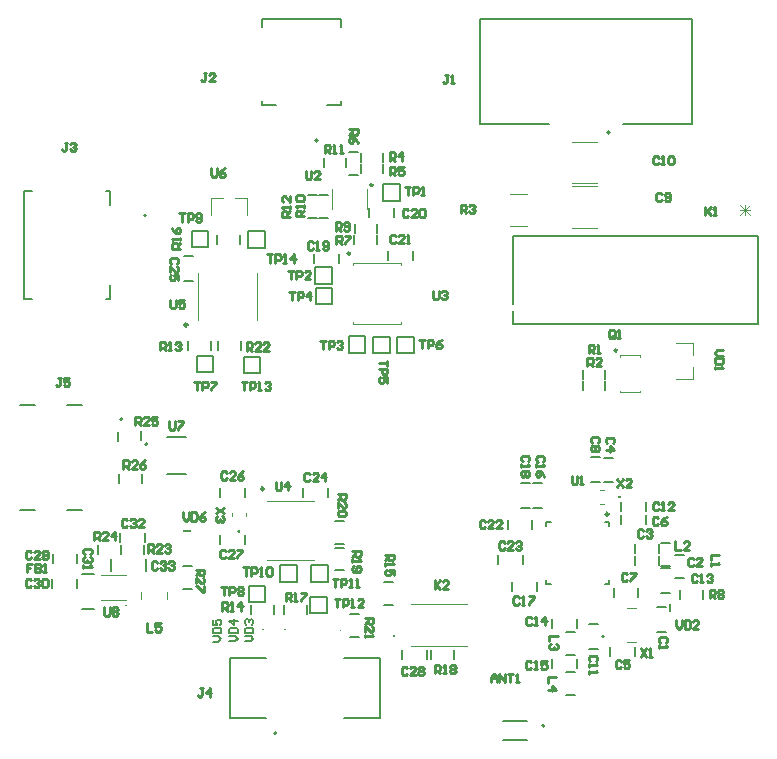
<source format=gbr>
%TF.GenerationSoftware,Altium Limited,Altium Designer,24.4.1 (13)*%
G04 Layer_Color=65535*
%FSLAX45Y45*%
%MOMM*%
%TF.SameCoordinates,BD841E63-566E-43FA-B15A-678BD665FBE9*%
%TF.FilePolarity,Positive*%
%TF.FileFunction,Legend,Top*%
%TF.Part,Single*%
G01*
G75*
%TA.AperFunction,NonConductor*%
%ADD76C,0.12700*%
%ADD77C,0.25000*%
%ADD78C,0.20000*%
%ADD79C,0.25400*%
%ADD80C,0.10000*%
%ADD81C,0.12000*%
%ADD82C,0.15000*%
%ADD83C,0.13000*%
%ADD84C,0.15240*%
%ADD85C,0.07620*%
%ADD86R,0.15000X0.80000*%
%ADD87R,0.80000X0.15000*%
D76*
X3475980Y5329640D02*
G03*
X3475980Y5329640I-5000J0D01*
G01*
X3821750Y6441000D02*
X3984250D01*
X3821750Y6754000D02*
X3984250D01*
X6469000Y10295000D02*
X8270000D01*
Y9407500D02*
Y10295000D01*
X7682000Y9407500D02*
X8270000D01*
X6469000D02*
X7057000D01*
X6469000D02*
Y10295000D01*
X2607500Y7920000D02*
X2675500D01*
X2607500D02*
Y8840000D01*
X2675500D01*
X3337500Y8722000D02*
Y8840000D01*
Y7920000D02*
Y8038000D01*
X3307500Y8840000D02*
X3337500D01*
X3307500Y7920000D02*
X3337500D01*
X4627500Y9565000D02*
Y9595000D01*
X5297500Y9565000D02*
Y9595000D01*
X4627500Y9565000D02*
X4745500D01*
X5179500D02*
X5297500D01*
Y10227000D02*
Y10295000D01*
X4627500D02*
X5297500D01*
X4627500Y10227000D02*
Y10295000D01*
X7533399Y7249400D02*
Y7325600D01*
X7339999Y7248800D02*
Y7325000D01*
X7533399Y7151900D02*
Y7228100D01*
X7339999Y7151300D02*
Y7227500D01*
X5653400Y9081900D02*
Y9158100D01*
X5460000Y9081300D02*
Y9157500D01*
X5653400Y8986900D02*
Y9063100D01*
X5460001Y8986301D02*
Y9062501D01*
X5361900Y8976600D02*
X5438100D01*
X5361300Y9170000D02*
X5437500D01*
X5409100Y8389400D02*
Y8465600D01*
X5602500Y8390000D02*
Y8466200D01*
X5603400Y8479400D02*
Y8555600D01*
X5410000Y8478800D02*
Y8555000D01*
X5109121Y8803579D02*
X5185321D01*
X5109721Y8610179D02*
X5185921D01*
X5340900Y9036900D02*
Y9113100D01*
X5147500Y9036300D02*
Y9112500D01*
X5017681Y8609319D02*
X5093881D01*
X5017081Y8802719D02*
X5093281D01*
X4001600Y7489400D02*
Y7565600D01*
X4195000Y7490000D02*
Y7566200D01*
X4534100Y5256900D02*
Y5333100D01*
X4727500Y5257500D02*
Y5333700D01*
X5656900Y5523400D02*
X5733100D01*
X5657500Y5330000D02*
X5733700D01*
X4435900Y8391900D02*
Y8468100D01*
X4242500Y8391300D02*
Y8467500D01*
X5008401Y5256899D02*
Y5333099D01*
X4815001Y5256299D02*
Y5332499D01*
X6059279Y4875480D02*
Y4951680D01*
X6252679Y4876080D02*
Y4952280D01*
X5246900Y5818400D02*
X5323100D01*
X5247500Y5625000D02*
X5323700D01*
X5246900Y5849100D02*
X5323100D01*
X5246300Y6042500D02*
X5322500D01*
X5371900Y5258400D02*
X5448100D01*
X5372500Y5065000D02*
X5448700D01*
X4448400Y7489400D02*
Y7565600D01*
X4255000Y7488800D02*
Y7565000D01*
X3625340Y5767960D02*
Y5844160D01*
X3431940Y5767360D02*
Y5843560D01*
X3430900Y5766900D02*
Y5843100D01*
X3237500Y5766300D02*
Y5842500D01*
X3409100Y6724400D02*
Y6800600D01*
X3602500Y6725000D02*
Y6801200D01*
X3417400Y6361900D02*
Y6438100D01*
X3610800Y6362500D02*
Y6438700D01*
X8355900Y5381900D02*
Y5458100D01*
X8162500Y5381300D02*
Y5457500D01*
X3954400Y5663400D02*
X4030600D01*
X3955000Y5470000D02*
X4031200D01*
X8126900Y5754100D02*
X8203100D01*
X8126300Y5557500D02*
X8202500D01*
X8007016Y5857862D02*
X8083216D01*
X8006417Y5661262D02*
X8082617D01*
X7199400Y5104100D02*
X7275600D01*
X7198800Y4907500D02*
X7275000D01*
X7201900Y4766600D02*
X7278100D01*
X7201300Y4570000D02*
X7277500D01*
X7970000Y5315000D02*
X8046200D01*
X7970000Y5105000D02*
X8046200D01*
X7780096Y5672962D02*
Y5749162D01*
X7990097Y5672962D02*
Y5749162D01*
X7780096Y5774562D02*
Y5850762D01*
X7990097Y5774562D02*
Y5850762D01*
X7517722Y6580543D02*
X7593922D01*
X7517722Y6370543D02*
X7593922D01*
X7570022Y4897444D02*
Y4973644D01*
X7780023Y4897444D02*
Y4973644D01*
X7877557Y6018822D02*
Y6095022D01*
X7667557Y6018822D02*
Y6095022D01*
X7812500Y5401300D02*
Y5477500D01*
X7602500Y5401300D02*
Y5477500D01*
X7408502Y6583083D02*
X7484702D01*
X7408502Y6373083D02*
X7484702D01*
X7397500Y5170000D02*
X7473700D01*
X7397500Y4960000D02*
X7473700D01*
X7877997Y6124562D02*
Y6200762D01*
X7667997Y6124562D02*
Y6200762D01*
X8007500Y5647500D02*
X8083700D01*
X8007500Y5437500D02*
X8083700D01*
X7082500Y5140000D02*
Y5216200D01*
X7292500Y5140000D02*
Y5216200D01*
X7085000Y4800000D02*
Y4876200D01*
X7295000Y4800000D02*
Y4876200D01*
X6919157Y6364682D02*
X6995357D01*
X6919157Y6154682D02*
X6995357D01*
X6745000Y5447500D02*
Y5523700D01*
X6955000Y5447500D02*
Y5523700D01*
X6815017Y6365442D02*
X6891217D01*
X6815017Y6155442D02*
X6891217D01*
X5280000Y8226300D02*
Y8302500D01*
X5070000Y8226300D02*
Y8302500D01*
X5745000Y8618800D02*
Y8695000D01*
X5535000Y8618800D02*
Y8695000D01*
X5692500Y8252500D02*
Y8328700D01*
X5902500Y8252500D02*
Y8328700D01*
X6705000Y5975000D02*
Y6051200D01*
X6915000Y5975000D02*
Y6051200D01*
X6622500Y5675000D02*
Y5751200D01*
X6832500Y5675000D02*
Y5751200D01*
X4973280Y6247620D02*
Y6323820D01*
X5183280Y6247620D02*
Y6323820D01*
X3966300Y8075000D02*
X4042500D01*
X3966300Y8285000D02*
X4042500D01*
X4272500Y6250000D02*
Y6326200D01*
X4482500Y6250000D02*
Y6326200D01*
X4270000Y5850000D02*
Y5926200D01*
X4480000Y5850000D02*
Y5926200D01*
X6018839Y4874881D02*
Y4951081D01*
X5808839Y4874881D02*
Y4951081D01*
X3062380Y5691460D02*
Y5767660D01*
X2852380Y5691460D02*
Y5767660D01*
X2847300Y5479300D02*
Y5555500D01*
X3057300Y5479300D02*
Y5555500D01*
X3425000Y5867500D02*
Y5943700D01*
X3635000Y5867500D02*
Y5943700D01*
X5792500Y8755000D02*
Y8895000D01*
X5652500Y8755000D02*
X5792500D01*
X5652500D02*
Y8895000D01*
X5792500D01*
X5077500Y8050000D02*
Y8190000D01*
Y8050000D02*
X5217500D01*
Y8190000D01*
X5077500D02*
X5217500D01*
X5360000Y7607500D02*
X5500000D01*
Y7467500D02*
Y7607500D01*
X5360000Y7467500D02*
X5500000D01*
X5360000D02*
Y7607500D01*
X5080000Y7877500D02*
Y8017500D01*
Y7877500D02*
X5220000D01*
Y8017500D01*
X5080000D02*
X5220000D01*
X5567500Y7602500D02*
X5707500D01*
Y7462500D02*
Y7602500D01*
X5567500Y7462500D02*
X5707500D01*
X5567500D02*
Y7602500D01*
X5772500Y7465000D02*
Y7605000D01*
Y7465000D02*
X5912500D01*
Y7605000D01*
X5772500D02*
X5912500D01*
X4075000Y7302500D02*
X4215000D01*
X4075000D02*
Y7442500D01*
X4215000D01*
Y7302500D02*
Y7442500D01*
X4515000Y5355000D02*
X4655000D01*
Y5495000D01*
X4515000D02*
X4655000D01*
X4515000Y5355000D02*
Y5495000D01*
X4032500Y8360000D02*
X4172500D01*
X4032500D02*
Y8500000D01*
X4172500D01*
Y8360000D02*
Y8500000D01*
X4782500Y5530000D02*
Y5670000D01*
Y5530000D02*
X4922500D01*
Y5670000D01*
X4782500D02*
X4922500D01*
X5042500D02*
X5182500D01*
Y5530000D02*
Y5670000D01*
X5042500Y5530000D02*
X5182500D01*
X5042500D02*
Y5670000D01*
X5035000Y5260000D02*
X5175000D01*
Y5400000D01*
X5035000D02*
X5175000D01*
X5035000Y5260000D02*
Y5400000D01*
X4470000Y7295000D02*
X4610000D01*
X4470000D02*
Y7435000D01*
X4610000D01*
Y7295000D02*
Y7435000D01*
X4650000Y8355000D02*
Y8495000D01*
X4510000D02*
X4650000D01*
X4510000Y8355000D02*
Y8495000D01*
Y8355000D02*
X4650000D01*
X4358501Y4882500D02*
X4661000D01*
X4358501Y4372500D02*
Y4882500D01*
Y4372500D02*
X4661000D01*
X5321001D02*
X5623500D01*
Y4882500D01*
X5321001D02*
X5623500D01*
X6667500Y4347500D02*
X6867500D01*
X6667500Y4187500D02*
X6867500D01*
D77*
X7560997Y6101382D02*
G03*
X7560997Y6101382I-12500J0D01*
G01*
D78*
X3657500Y6692000D02*
G03*
X3657500Y6692000I-10000J0D01*
G01*
X7570000Y9332500D02*
G03*
X7570000Y9332500I-10000J0D01*
G01*
X3647500Y8630000D02*
G03*
X3647500Y8630000I-10000J0D01*
G01*
X5097500Y9265000D02*
G03*
X5097500Y9265000I-10000J0D01*
G01*
X3444500Y6905500D02*
G03*
X3444500Y6905500I-10000J0D01*
G01*
X7521223Y5066044D02*
G03*
X7521223Y5066044I-7500J0D01*
G01*
X4747000Y4247500D02*
G03*
X4747000Y4247500I-10000J0D01*
G01*
X5744659Y5062500D02*
G03*
X5744659Y5072500I0J5000D01*
G01*
D02*
G03*
X5744659Y5062500I0J-5000D01*
G01*
D02*
G03*
X5744659Y5072500I0J5000D01*
G01*
X7018000Y4309500D02*
G03*
X7018000Y4309500I-10000J0D01*
G01*
X2574500Y7027500D02*
X2702500D01*
X2574500Y6133500D02*
X2702500D01*
X2974500Y7027500D02*
X3099500D01*
X2974500Y6133500D02*
X3099500D01*
X4210011Y5021697D02*
X4256662D01*
X4279988Y5045022D01*
X4256662Y5068348D01*
X4210011D01*
Y5091674D02*
X4279988D01*
Y5126663D01*
X4268325Y5138326D01*
X4221674D01*
X4210011Y5126663D01*
Y5091674D01*
Y5208303D02*
Y5161652D01*
X4244999D01*
X4233336Y5184977D01*
Y5196640D01*
X4244999Y5208303D01*
X4268325D01*
X4279988Y5196640D01*
Y5173315D01*
X4268325Y5161652D01*
X4350011Y5024196D02*
X4396663D01*
X4419989Y5047522D01*
X4396663Y5070848D01*
X4350011D01*
Y5094174D02*
X4419989D01*
Y5129163D01*
X4408326Y5140826D01*
X4361674D01*
X4350011Y5129163D01*
Y5094174D01*
X4419989Y5199140D02*
X4350011D01*
X4385000Y5164151D01*
Y5210803D01*
X4482511Y5024197D02*
X4529163D01*
X4552489Y5047523D01*
X4529163Y5070848D01*
X4482511D01*
Y5094174D02*
X4552489D01*
Y5129163D01*
X4540826Y5140826D01*
X4494174D01*
X4482511Y5129163D01*
Y5094174D01*
X4494174Y5164152D02*
X4482511Y5175815D01*
Y5199140D01*
X4494174Y5210803D01*
X4505837D01*
X4517500Y5199140D01*
Y5187478D01*
Y5199140D01*
X4529163Y5210803D01*
X4540826D01*
X4552489Y5199140D01*
Y5175815D01*
X4540826Y5164152D01*
D79*
X7652037Y6245482D02*
G03*
X7652037Y6245482I-2500J0D01*
G01*
X4430540Y5954660D02*
G03*
X4430540Y5954660I-2500J0D01*
G01*
X5561394Y8888320D02*
G03*
X5561394Y8888320I-9014J0D01*
G01*
X7631339Y7490240D02*
G03*
X7631339Y7490240I-10000J0D01*
G01*
X4641400Y6315600D02*
G03*
X4641400Y6315600I-12700J0D01*
G01*
X3994600Y7703700D02*
G03*
X3994600Y7703700I-12700J0D01*
G01*
X5371500Y8309500D02*
G03*
X5371500Y8309500I-10000J0D01*
G01*
X2978337Y9247489D02*
X2955011D01*
X2966674D01*
Y9189174D01*
X2955011Y9177511D01*
X2943348D01*
X2931686Y9189174D01*
X3001663Y9235826D02*
X3013326Y9247489D01*
X3036652D01*
X3048315Y9235826D01*
Y9224163D01*
X3036652Y9212500D01*
X3024989D01*
X3036652D01*
X3048315Y9200837D01*
Y9189174D01*
X3036652Y9177511D01*
X3013326D01*
X3001663Y9189174D01*
X4155837Y9834989D02*
X4132511D01*
X4144174D01*
Y9776674D01*
X4132511Y9765011D01*
X4120848D01*
X4109185Y9776674D01*
X4225815Y9765011D02*
X4179163D01*
X4225815Y9811663D01*
Y9823326D01*
X4214152Y9834989D01*
X4190826D01*
X4179163Y9823326D01*
X6202500Y9817489D02*
X6179174D01*
X6190837D01*
Y9759174D01*
X6179174Y9747511D01*
X6167511D01*
X6155848Y9759174D01*
X6225826Y9747511D02*
X6249152D01*
X6237489D01*
Y9817489D01*
X6225826Y9805826D01*
X3957320Y6115178D02*
Y6068526D01*
X3980646Y6045200D01*
X4003972Y6068526D01*
Y6115178D01*
X4027298D02*
Y6045200D01*
X4062286D01*
X4073949Y6056863D01*
Y6103515D01*
X4062286Y6115178D01*
X4027298D01*
X4143927D02*
X4120601Y6103515D01*
X4097275Y6080189D01*
Y6056863D01*
X4108938Y6045200D01*
X4132264D01*
X4143927Y6056863D01*
Y6068526D01*
X4132264Y6080189D01*
X4097275D01*
X8134197Y5202489D02*
Y5155837D01*
X8157522Y5132511D01*
X8180848Y5155837D01*
Y5202489D01*
X8204174D02*
Y5132511D01*
X8239163D01*
X8250826Y5144174D01*
Y5190826D01*
X8239163Y5202489D01*
X8204174D01*
X8320803Y5132511D02*
X8274152D01*
X8320803Y5179163D01*
Y5190826D01*
X8309140Y5202489D01*
X8285815D01*
X8274152Y5190826D01*
X4066210Y5632491D02*
X4136188D01*
Y5597502D01*
X4124525Y5585839D01*
X4101199D01*
X4089536Y5597502D01*
Y5632491D01*
Y5609165D02*
X4066210Y5585839D01*
Y5515861D02*
Y5562513D01*
X4112862Y5515861D01*
X4124525D01*
X4136188Y5527524D01*
Y5550850D01*
X4124525Y5562513D01*
X4136188Y5492536D02*
Y5445884D01*
X4124525D01*
X4077873Y5492536D01*
X4066210D01*
X8416685Y5390011D02*
Y5459989D01*
X8451674D01*
X8463337Y5448326D01*
Y5425000D01*
X8451674Y5413337D01*
X8416685D01*
X8440011D02*
X8463337Y5390011D01*
X8486663Y5448326D02*
X8498326Y5459989D01*
X8521652D01*
X8533315Y5448326D01*
Y5436663D01*
X8521652Y5425000D01*
X8533315Y5413337D01*
Y5401674D01*
X8521652Y5390011D01*
X8498326D01*
X8486663Y5401674D01*
Y5413337D01*
X8498326Y5425000D01*
X8486663Y5436663D01*
Y5448326D01*
X8498326Y5425000D02*
X8521652D01*
X4302489Y6153315D02*
X4232511Y6106663D01*
X4302489D02*
X4232511Y6153315D01*
X4290826Y6083337D02*
X4302489Y6071674D01*
Y6048348D01*
X4290826Y6036685D01*
X4279163D01*
X4267500Y6048348D01*
Y6060011D01*
Y6048348D01*
X4255837Y6036685D01*
X4244174D01*
X4232511Y6048348D01*
Y6071674D01*
X4244174Y6083337D01*
X7634185Y6399989D02*
X7680837Y6330011D01*
Y6399989D02*
X7634185Y6330011D01*
X7750815D02*
X7704163D01*
X7750815Y6376663D01*
Y6388326D01*
X7739152Y6399989D01*
X7715826D01*
X7704163Y6388326D01*
X7830848Y4964989D02*
X7877500Y4895011D01*
Y4964989D02*
X7830848Y4895011D01*
X7900826D02*
X7924152D01*
X7912489D01*
Y4964989D01*
X7900826Y4953326D01*
X8527488Y7489140D02*
X8480837D01*
X8457511Y7465814D01*
X8480837Y7442489D01*
X8527488D01*
Y7419163D02*
X8457511D01*
Y7384174D01*
X8469174Y7372511D01*
X8515825D01*
X8527488Y7384174D01*
Y7419163D01*
X8457511Y7349185D02*
Y7325859D01*
Y7337522D01*
X8527488D01*
X8515825Y7349185D01*
X3288326Y5312969D02*
Y5254654D01*
X3299989Y5242992D01*
X3323314D01*
X3334977Y5254654D01*
Y5312969D01*
X3358303Y5301306D02*
X3369966Y5312969D01*
X3393292D01*
X3404955Y5301306D01*
Y5289643D01*
X3393292Y5277980D01*
X3404955Y5266317D01*
Y5254654D01*
X3393292Y5242992D01*
X3369966D01*
X3358303Y5254654D01*
Y5266317D01*
X3369966Y5277980D01*
X3358303Y5289643D01*
Y5301306D01*
X3369966Y5277980D02*
X3393292D01*
X3841685Y6887489D02*
Y6829174D01*
X3853348Y6817511D01*
X3876674D01*
X3888337Y6829174D01*
Y6887489D01*
X3911663D02*
X3958315D01*
Y6875826D01*
X3911663Y6829174D01*
Y6817511D01*
X4196080Y9028558D02*
Y8970243D01*
X4207743Y8958580D01*
X4231069D01*
X4242732Y8970243D01*
Y9028558D01*
X4312709D02*
X4289383Y9016895D01*
X4266058Y8993569D01*
Y8970243D01*
X4277720Y8958580D01*
X4301046D01*
X4312709Y8970243D01*
Y8981906D01*
X4301046Y8993569D01*
X4266058D01*
X3849185Y7917489D02*
Y7859174D01*
X3860848Y7847511D01*
X3884174D01*
X3895837Y7859174D01*
Y7917489D01*
X3965815D02*
X3919163D01*
Y7882500D01*
X3942489Y7894163D01*
X3954152D01*
X3965815Y7882500D01*
Y7859174D01*
X3954152Y7847511D01*
X3930826D01*
X3919163Y7859174D01*
X4744185Y6374989D02*
Y6316674D01*
X4755848Y6305011D01*
X4779174D01*
X4790837Y6316674D01*
Y6374989D01*
X4849152Y6305011D02*
Y6374989D01*
X4814163Y6340000D01*
X4860815D01*
X6074185Y7992488D02*
Y7934174D01*
X6085848Y7922511D01*
X6109174D01*
X6120837Y7934174D01*
Y7992488D01*
X6144163Y7980826D02*
X6155826Y7992488D01*
X6179152D01*
X6190815Y7980826D01*
Y7969163D01*
X6179152Y7957500D01*
X6167489D01*
X6179152D01*
X6190815Y7945837D01*
Y7934174D01*
X6179152Y7922511D01*
X6155826D01*
X6144163Y7934174D01*
X4996685Y9004989D02*
Y8946674D01*
X5008348Y8935011D01*
X5031674D01*
X5043337Y8946674D01*
Y9004989D01*
X5113315Y8935011D02*
X5066663D01*
X5113315Y8981663D01*
Y8993326D01*
X5101652Y9004989D01*
X5078326D01*
X5066663Y8993326D01*
X7248348Y6422489D02*
Y6364174D01*
X7260011Y6352511D01*
X7283337D01*
X7295000Y6364174D01*
Y6422489D01*
X7318326Y6352511D02*
X7341652D01*
X7329989D01*
Y6422489D01*
X7318326Y6410826D01*
X4667540Y8299989D02*
X4714191D01*
X4690865D01*
Y8230011D01*
X4737517D02*
Y8299989D01*
X4772506D01*
X4784169Y8288326D01*
Y8265000D01*
X4772506Y8253337D01*
X4737517D01*
X4807495Y8230011D02*
X4830820D01*
X4819157D01*
Y8299989D01*
X4807495Y8288326D01*
X4900798Y8230011D02*
Y8299989D01*
X4865809Y8265000D01*
X4912461D01*
X4452539Y7219989D02*
X4499191D01*
X4475865D01*
Y7150011D01*
X4522517D02*
Y7219989D01*
X4557506D01*
X4569169Y7208326D01*
Y7185000D01*
X4557506Y7173337D01*
X4522517D01*
X4592494Y7150011D02*
X4615820D01*
X4604157D01*
Y7219989D01*
X4592494Y7208326D01*
X4650809D02*
X4662472Y7219989D01*
X4685798D01*
X4697461Y7208326D01*
Y7196663D01*
X4685798Y7185000D01*
X4674135D01*
X4685798D01*
X4697461Y7173337D01*
Y7161674D01*
X4685798Y7150011D01*
X4662472D01*
X4650809Y7161674D01*
X5240040Y5382489D02*
X5286691D01*
X5263365D01*
Y5312511D01*
X5310017D02*
Y5382489D01*
X5345006D01*
X5356669Y5370826D01*
Y5347500D01*
X5345006Y5335837D01*
X5310017D01*
X5379995Y5312511D02*
X5403320D01*
X5391657D01*
Y5382489D01*
X5379995Y5370826D01*
X5484961Y5312511D02*
X5438309D01*
X5484961Y5359163D01*
Y5370826D01*
X5473298Y5382489D01*
X5449972D01*
X5438309Y5370826D01*
X5224202Y5552489D02*
X5270854D01*
X5247528D01*
Y5482511D01*
X5294180D02*
Y5552489D01*
X5329169D01*
X5340832Y5540826D01*
Y5517500D01*
X5329169Y5505837D01*
X5294180D01*
X5364157Y5482511D02*
X5387483D01*
X5375820D01*
Y5552489D01*
X5364157Y5540826D01*
X5422472Y5482511D02*
X5445798D01*
X5434135D01*
Y5552489D01*
X5422472Y5540826D01*
X4465040Y5649989D02*
X4511691D01*
X4488365D01*
Y5580011D01*
X4535017D02*
Y5649989D01*
X4570006D01*
X4581669Y5638326D01*
Y5615000D01*
X4570006Y5603337D01*
X4535017D01*
X4604995Y5580011D02*
X4628320D01*
X4616658D01*
Y5649989D01*
X4604995Y5638326D01*
X4663309D02*
X4674972Y5649989D01*
X4698298D01*
X4709961Y5638326D01*
Y5591674D01*
X4698298Y5580011D01*
X4674972D01*
X4663309Y5591674D01*
Y5638326D01*
X3926697Y8647489D02*
X3973348D01*
X3950023D01*
Y8577511D01*
X3996674D02*
Y8647489D01*
X4031663D01*
X4043326Y8635826D01*
Y8612500D01*
X4031663Y8600837D01*
X3996674D01*
X4066652Y8589174D02*
X4078315Y8577511D01*
X4101641D01*
X4113303Y8589174D01*
Y8635826D01*
X4101641Y8647489D01*
X4078315D01*
X4066652Y8635826D01*
Y8624163D01*
X4078315Y8612500D01*
X4113303D01*
X4279197Y5484989D02*
X4325848D01*
X4302523D01*
Y5415011D01*
X4349174D02*
Y5484989D01*
X4384163D01*
X4395826Y5473326D01*
Y5450000D01*
X4384163Y5438337D01*
X4349174D01*
X4419152Y5473326D02*
X4430815Y5484989D01*
X4454140D01*
X4465803Y5473326D01*
Y5461663D01*
X4454140Y5450000D01*
X4465803Y5438337D01*
Y5426674D01*
X4454140Y5415011D01*
X4430815D01*
X4419152Y5426674D01*
Y5438337D01*
X4430815Y5450000D01*
X4419152Y5461663D01*
Y5473326D01*
X4430815Y5450000D02*
X4454140D01*
X4051697Y7222489D02*
X4098348D01*
X4075023D01*
Y7152511D01*
X4121674D02*
Y7222489D01*
X4156663D01*
X4168326Y7210826D01*
Y7187500D01*
X4156663Y7175837D01*
X4121674D01*
X4191652Y7222489D02*
X4238303D01*
Y7210826D01*
X4191652Y7164174D01*
Y7152511D01*
X5959197Y7577489D02*
X6005848D01*
X5982522D01*
Y7507511D01*
X6029174D02*
Y7577489D01*
X6064163D01*
X6075826Y7565826D01*
Y7542500D01*
X6064163Y7530837D01*
X6029174D01*
X6145803Y7577489D02*
X6122477Y7565826D01*
X6099152Y7542500D01*
Y7519174D01*
X6110815Y7507511D01*
X6134140D01*
X6145803Y7519174D01*
Y7530837D01*
X6134140Y7542500D01*
X6099152D01*
X5684989Y7400803D02*
Y7354151D01*
Y7377477D01*
X5615011D01*
Y7330825D02*
X5684989D01*
Y7295837D01*
X5673326Y7284174D01*
X5650000D01*
X5638337Y7295837D01*
Y7330825D01*
X5684989Y7214196D02*
Y7260848D01*
X5650000D01*
X5661663Y7237522D01*
Y7225859D01*
X5650000Y7214196D01*
X5626674D01*
X5615011Y7225859D01*
Y7249185D01*
X5626674Y7260848D01*
X4856697Y7982489D02*
X4903348D01*
X4880022D01*
Y7912511D01*
X4926674D02*
Y7982489D01*
X4961663D01*
X4973326Y7970826D01*
Y7947500D01*
X4961663Y7935837D01*
X4926674D01*
X5031640Y7912511D02*
Y7982489D01*
X4996652Y7947500D01*
X5043303D01*
X5119197Y7567489D02*
X5165848D01*
X5142523D01*
Y7497511D01*
X5189174D02*
Y7567489D01*
X5224163D01*
X5235826Y7555826D01*
Y7532500D01*
X5224163Y7520837D01*
X5189174D01*
X5259152Y7555826D02*
X5270815Y7567489D01*
X5294141D01*
X5305803Y7555826D01*
Y7544163D01*
X5294141Y7532500D01*
X5282478D01*
X5294141D01*
X5305803Y7520837D01*
Y7509174D01*
X5294141Y7497511D01*
X5270815D01*
X5259152Y7509174D01*
X4846697Y8159989D02*
X4893348D01*
X4870023D01*
Y8090011D01*
X4916674D02*
Y8159989D01*
X4951663D01*
X4963326Y8148326D01*
Y8125000D01*
X4951663Y8113337D01*
X4916674D01*
X5033303Y8090011D02*
X4986652D01*
X5033303Y8136663D01*
Y8148326D01*
X5021640Y8159989D01*
X4998315D01*
X4986652Y8148326D01*
X5835859Y8869989D02*
X5882511D01*
X5859185D01*
Y8800011D01*
X5905837D02*
Y8869989D01*
X5940825D01*
X5952488Y8858326D01*
Y8835000D01*
X5940825Y8823337D01*
X5905837D01*
X5975814Y8800011D02*
X5999140D01*
X5987477D01*
Y8869989D01*
X5975814Y8858326D01*
X3452497Y6487511D02*
Y6557489D01*
X3487485D01*
X3499148Y6545826D01*
Y6522500D01*
X3487485Y6510837D01*
X3452497D01*
X3475822D02*
X3499148Y6487511D01*
X3569126D02*
X3522474D01*
X3569126Y6534163D01*
Y6545826D01*
X3557463Y6557489D01*
X3534137D01*
X3522474Y6545826D01*
X3639103Y6557489D02*
X3615777Y6545826D01*
X3592452Y6522500D01*
Y6499174D01*
X3604114Y6487511D01*
X3627440D01*
X3639103Y6499174D01*
Y6510837D01*
X3627440Y6522500D01*
X3592452D01*
X3551697Y6855011D02*
Y6924989D01*
X3586685D01*
X3598348Y6913326D01*
Y6890000D01*
X3586685Y6878337D01*
X3551697D01*
X3575023D02*
X3598348Y6855011D01*
X3668326D02*
X3621674D01*
X3668326Y6901663D01*
Y6913326D01*
X3656663Y6924989D01*
X3633337D01*
X3621674Y6913326D01*
X3738303Y6924989D02*
X3691652D01*
Y6890000D01*
X3714978Y6901663D01*
X3726641D01*
X3738303Y6890000D01*
Y6866674D01*
X3726641Y6855011D01*
X3703315D01*
X3691652Y6866674D01*
X3204197Y5880011D02*
Y5949989D01*
X3239185D01*
X3250848Y5938326D01*
Y5915000D01*
X3239185Y5903337D01*
X3204197D01*
X3227522D02*
X3250848Y5880011D01*
X3320826D02*
X3274174D01*
X3320826Y5926663D01*
Y5938326D01*
X3309163Y5949989D01*
X3285837D01*
X3274174Y5938326D01*
X3379140Y5880011D02*
Y5949989D01*
X3344152Y5915000D01*
X3390803D01*
X3662237Y5776152D02*
Y5846129D01*
X3697226D01*
X3708888Y5834466D01*
Y5811140D01*
X3697226Y5799477D01*
X3662237D01*
X3685563D02*
X3708888Y5776152D01*
X3778866D02*
X3732214D01*
X3778866Y5822803D01*
Y5834466D01*
X3767203Y5846129D01*
X3743877D01*
X3732214Y5834466D01*
X3802192D02*
X3813855Y5846129D01*
X3837181D01*
X3848843Y5834466D01*
Y5822803D01*
X3837181Y5811140D01*
X3825518D01*
X3837181D01*
X3848843Y5799477D01*
Y5787814D01*
X3837181Y5776152D01*
X3813855D01*
X3802192Y5787814D01*
X4496697Y7485011D02*
Y7554989D01*
X4531685D01*
X4543348Y7543326D01*
Y7520000D01*
X4531685Y7508337D01*
X4496697D01*
X4520022D02*
X4543348Y7485011D01*
X4613326D02*
X4566674D01*
X4613326Y7531663D01*
Y7543326D01*
X4601663Y7554989D01*
X4578337D01*
X4566674Y7543326D01*
X4683303Y7485011D02*
X4636652D01*
X4683303Y7531663D01*
Y7543326D01*
X4671640Y7554989D01*
X4648315D01*
X4636652Y7543326D01*
X5500011Y5221640D02*
X5569989D01*
Y5186651D01*
X5558326Y5174988D01*
X5535000D01*
X5523337Y5186651D01*
Y5221640D01*
Y5198314D02*
X5500011Y5174988D01*
Y5105011D02*
Y5151663D01*
X5546663Y5105011D01*
X5558326D01*
X5569989Y5116674D01*
Y5140000D01*
X5558326Y5151663D01*
X5500011Y5081685D02*
Y5058359D01*
Y5070022D01*
X5569989D01*
X5558326Y5081685D01*
X5265911Y6270763D02*
X5335888D01*
Y6235774D01*
X5324226Y6224111D01*
X5300900D01*
X5289237Y6235774D01*
Y6270763D01*
Y6247437D02*
X5265911Y6224111D01*
Y6154134D02*
Y6200785D01*
X5312563Y6154134D01*
X5324226D01*
X5335888Y6165797D01*
Y6189122D01*
X5324226Y6200785D01*
Y6130808D02*
X5335888Y6119145D01*
Y6095819D01*
X5324226Y6084156D01*
X5277574D01*
X5265911Y6095819D01*
Y6119145D01*
X5277574Y6130808D01*
X5324226D01*
X5390012Y5787472D02*
X5459989D01*
Y5752483D01*
X5448326Y5740820D01*
X5425000D01*
X5413337Y5752483D01*
Y5787472D01*
Y5764146D02*
X5390012Y5740820D01*
Y5717494D02*
Y5694168D01*
Y5705831D01*
X5459989D01*
X5448326Y5717494D01*
X5401674Y5659179D02*
X5390012Y5647517D01*
Y5624191D01*
X5401674Y5612528D01*
X5448326D01*
X5459989Y5624191D01*
Y5647517D01*
X5448326Y5659179D01*
X5436663D01*
X5425000Y5647517D01*
Y5612528D01*
X6090028Y4752511D02*
Y4822489D01*
X6125017D01*
X6136680Y4810826D01*
Y4787500D01*
X6125017Y4775837D01*
X6090028D01*
X6113354D02*
X6136680Y4752511D01*
X6160006D02*
X6183332D01*
X6171669D01*
Y4822489D01*
X6160006Y4810826D01*
X6218320D02*
X6229983Y4822489D01*
X6253309D01*
X6264972Y4810826D01*
Y4799163D01*
X6253309Y4787500D01*
X6264972Y4775837D01*
Y4764174D01*
X6253309Y4752511D01*
X6229983D01*
X6218320Y4764174D01*
Y4775837D01*
X6229983Y4787500D01*
X6218320Y4799163D01*
Y4810826D01*
X6229983Y4787500D02*
X6253309D01*
X4827528Y5365011D02*
Y5434989D01*
X4862517D01*
X4874180Y5423326D01*
Y5400000D01*
X4862517Y5388337D01*
X4827528D01*
X4850854D02*
X4874180Y5365011D01*
X4897506D02*
X4920832D01*
X4909169D01*
Y5434989D01*
X4897506Y5423326D01*
X4955820Y5434989D02*
X5002472D01*
Y5423326D01*
X4955820Y5376674D01*
Y5365011D01*
X3934989Y8350028D02*
X3865011D01*
Y8385017D01*
X3876674Y8396680D01*
X3900000D01*
X3911663Y8385017D01*
Y8350028D01*
Y8373354D02*
X3934989Y8396680D01*
Y8420006D02*
Y8443332D01*
Y8431669D01*
X3865011D01*
X3876674Y8420006D01*
X3865011Y8524972D02*
X3876674Y8501646D01*
X3900000Y8478320D01*
X3923326D01*
X3934989Y8489983D01*
Y8513309D01*
X3923326Y8524972D01*
X3911663D01*
X3900000Y8513309D01*
Y8478320D01*
X5670011Y5757472D02*
X5739989D01*
Y5722483D01*
X5728326Y5710820D01*
X5705000D01*
X5693337Y5722483D01*
Y5757472D01*
Y5734146D02*
X5670011Y5710820D01*
Y5687494D02*
Y5664169D01*
Y5675831D01*
X5739989D01*
X5728326Y5687494D01*
X5739989Y5582528D02*
Y5629180D01*
X5705000D01*
X5716663Y5605854D01*
Y5594191D01*
X5705000Y5582528D01*
X5681674D01*
X5670011Y5594191D01*
Y5617517D01*
X5681674Y5629180D01*
X4287528Y5285011D02*
Y5354989D01*
X4322517D01*
X4334180Y5343326D01*
Y5320000D01*
X4322517Y5308337D01*
X4287528D01*
X4310854D02*
X4334180Y5285011D01*
X4357506D02*
X4380831D01*
X4369169D01*
Y5354989D01*
X4357506Y5343326D01*
X4450809Y5285011D02*
Y5354989D01*
X4415820Y5320000D01*
X4462472D01*
X3762528Y7487511D02*
Y7557489D01*
X3797517D01*
X3809180Y7545826D01*
Y7522500D01*
X3797517Y7510837D01*
X3762528D01*
X3785854D02*
X3809180Y7487511D01*
X3832506D02*
X3855832D01*
X3844169D01*
Y7557489D01*
X3832506Y7545826D01*
X3890820D02*
X3902483Y7557489D01*
X3925809D01*
X3937472Y7545826D01*
Y7534163D01*
X3925809Y7522500D01*
X3914146D01*
X3925809D01*
X3937472Y7510837D01*
Y7499174D01*
X3925809Y7487511D01*
X3902483D01*
X3890820Y7499174D01*
X4864988Y8617528D02*
X4795011D01*
Y8652517D01*
X4806674Y8664180D01*
X4830000D01*
X4841663Y8652517D01*
Y8617528D01*
Y8640854D02*
X4864988Y8664180D01*
Y8687506D02*
Y8710831D01*
Y8699169D01*
X4795011D01*
X4806674Y8687506D01*
X4864988Y8792472D02*
Y8745820D01*
X4818337Y8792472D01*
X4806674D01*
X4795011Y8780809D01*
Y8757483D01*
X4806674Y8745820D01*
X5156691Y9157511D02*
Y9227489D01*
X5191680D01*
X5203343Y9215826D01*
Y9192500D01*
X5191680Y9180837D01*
X5156691D01*
X5180017D02*
X5203343Y9157511D01*
X5226669D02*
X5249995D01*
X5238332D01*
Y9227489D01*
X5226669Y9215826D01*
X5284983Y9157511D02*
X5308309D01*
X5296646D01*
Y9227489D01*
X5284983Y9215826D01*
X4982489Y8625028D02*
X4912511D01*
Y8660017D01*
X4924174Y8671680D01*
X4947500D01*
X4959163Y8660017D01*
Y8625028D01*
Y8648354D02*
X4982489Y8671680D01*
Y8695006D02*
Y8718332D01*
Y8706669D01*
X4912511D01*
X4924174Y8695006D01*
Y8753320D02*
X4912511Y8764983D01*
Y8788309D01*
X4924174Y8799972D01*
X4970826D01*
X4982489Y8788309D01*
Y8764983D01*
X4970826Y8753320D01*
X4924174D01*
X5249185Y8502511D02*
Y8572489D01*
X5284174D01*
X5295837Y8560826D01*
Y8537500D01*
X5284174Y8525837D01*
X5249185D01*
X5272511D02*
X5295837Y8502511D01*
X5319163Y8514174D02*
X5330826Y8502511D01*
X5354152D01*
X5365815Y8514174D01*
Y8560826D01*
X5354152Y8572489D01*
X5330826D01*
X5319163Y8560826D01*
Y8549163D01*
X5330826Y8537500D01*
X5365815D01*
X5256685Y8387511D02*
Y8457489D01*
X5291674D01*
X5303337Y8445826D01*
Y8422500D01*
X5291674Y8410837D01*
X5256685D01*
X5280011D02*
X5303337Y8387511D01*
X5326663Y8457489D02*
X5373315D01*
Y8445826D01*
X5326663Y8399174D01*
Y8387511D01*
X5365011Y9360814D02*
X5434989D01*
Y9325826D01*
X5423326Y9314163D01*
X5400000D01*
X5388337Y9325826D01*
Y9360814D01*
Y9337489D02*
X5365011Y9314163D01*
X5434989Y9244185D02*
X5423326Y9267511D01*
X5400000Y9290837D01*
X5376674D01*
X5365011Y9279174D01*
Y9255848D01*
X5376674Y9244185D01*
X5388337D01*
X5400000Y9255848D01*
Y9290837D01*
X5709185Y8970011D02*
Y9039989D01*
X5744174D01*
X5755837Y9028326D01*
Y9005000D01*
X5744174Y8993337D01*
X5709185D01*
X5732511D02*
X5755837Y8970011D01*
X5825815Y9039989D02*
X5779163D01*
Y9005000D01*
X5802489Y9016663D01*
X5814152D01*
X5825815Y9005000D01*
Y8981674D01*
X5814152Y8970011D01*
X5790826D01*
X5779163Y8981674D01*
X5706685Y9095011D02*
Y9164989D01*
X5741674D01*
X5753337Y9153326D01*
Y9130000D01*
X5741674Y9118337D01*
X5706685D01*
X5730011D02*
X5753337Y9095011D01*
X5811652D02*
Y9164989D01*
X5776663Y9130000D01*
X5823314D01*
X6309186Y8652511D02*
Y8722489D01*
X6344174D01*
X6355837Y8710826D01*
Y8687500D01*
X6344174Y8675837D01*
X6309186D01*
X6332511D02*
X6355837Y8652511D01*
X6379163Y8710826D02*
X6390826Y8722489D01*
X6414152D01*
X6425815Y8710826D01*
Y8699163D01*
X6414152Y8687500D01*
X6402489D01*
X6414152D01*
X6425815Y8675837D01*
Y8664174D01*
X6414152Y8652511D01*
X6390826D01*
X6379163Y8664174D01*
X7381686Y7352511D02*
Y7422489D01*
X7416674D01*
X7428337Y7410826D01*
Y7387500D01*
X7416674Y7375837D01*
X7381686D01*
X7405011D02*
X7428337Y7352511D01*
X7498315D02*
X7451663D01*
X7498315Y7399163D01*
Y7410826D01*
X7486652Y7422489D01*
X7463326D01*
X7451663Y7410826D01*
X7390848Y7467511D02*
Y7537489D01*
X7425837D01*
X7437500Y7525826D01*
Y7502500D01*
X7425837Y7490837D01*
X7390848D01*
X7414174D02*
X7437500Y7467511D01*
X7460826D02*
X7484152D01*
X7472489D01*
Y7537489D01*
X7460826Y7525826D01*
X7610772Y7601183D02*
Y7647835D01*
X7599109Y7659498D01*
X7575783D01*
X7564120Y7647835D01*
Y7601183D01*
X7575783Y7589520D01*
X7599109D01*
X7587446Y7612846D02*
X7610772Y7589520D01*
X7599109D02*
X7610772Y7601183D01*
X7634098Y7589520D02*
X7657423D01*
X7645760D01*
Y7659498D01*
X7634098Y7647835D01*
X3651685Y5177489D02*
Y5107511D01*
X3698337D01*
X3768315Y5177489D02*
X3721663D01*
Y5142500D01*
X3744989Y5154163D01*
X3756652D01*
X3768315Y5142500D01*
Y5119174D01*
X3756652Y5107511D01*
X3733326D01*
X3721663Y5119174D01*
X7114989Y4718314D02*
X7045012D01*
Y4671663D01*
Y4613348D02*
X7114989D01*
X7080000Y4648337D01*
Y4601685D01*
X7129989Y5073314D02*
X7060011D01*
Y5026663D01*
X7118326Y5003337D02*
X7129989Y4991674D01*
Y4968348D01*
X7118326Y4956685D01*
X7106663D01*
X7095000Y4968348D01*
Y4980011D01*
Y4968348D01*
X7083337Y4956685D01*
X7071674D01*
X7060011Y4968348D01*
Y4991674D01*
X7071674Y5003337D01*
X8126685Y5869989D02*
Y5800011D01*
X8173337D01*
X8243314D02*
X8196663D01*
X8243314Y5846663D01*
Y5858326D01*
X8231652Y5869989D01*
X8208326D01*
X8196663Y5858326D01*
X8494989Y5759151D02*
X8425011D01*
Y5712500D01*
Y5689174D02*
Y5665848D01*
Y5677511D01*
X8494989D01*
X8483326Y5689174D01*
X6086685Y5539989D02*
Y5470011D01*
Y5493337D01*
X6133337Y5539989D01*
X6098348Y5505000D01*
X6133337Y5470011D01*
X6203314D02*
X6156663D01*
X6203314Y5516663D01*
Y5528326D01*
X6191652Y5539989D01*
X6168326D01*
X6156663Y5528326D01*
X8378348Y8699989D02*
Y8630011D01*
Y8653337D01*
X8425000Y8699989D01*
X8390011Y8665000D01*
X8425000Y8630011D01*
X8448326D02*
X8471652D01*
X8459989D01*
Y8699989D01*
X8448326Y8688326D01*
X2925837Y7254989D02*
X2902511D01*
X2914174D01*
Y7196674D01*
X2902511Y7185011D01*
X2890848D01*
X2879186Y7196674D01*
X2995815Y7254989D02*
X2949163D01*
Y7220000D01*
X2972489Y7231663D01*
X2984152D01*
X2995815Y7220000D01*
Y7196674D01*
X2984152Y7185011D01*
X2960826D01*
X2949163Y7196674D01*
X4128337Y4624989D02*
X4105011D01*
X4116674D01*
Y4566674D01*
X4105011Y4555011D01*
X4093348D01*
X4081686Y4566674D01*
X4186652Y4555011D02*
Y4624989D01*
X4151663Y4590000D01*
X4198315D01*
X2682630Y5679088D02*
X2635979D01*
Y5644099D01*
X2659305D01*
X2635979D01*
Y5609111D01*
X2705956Y5679088D02*
Y5609111D01*
X2740945D01*
X2752608Y5620774D01*
Y5632437D01*
X2740945Y5644099D01*
X2705956D01*
X2740945D01*
X2752608Y5655762D01*
Y5667425D01*
X2740945Y5679088D01*
X2705956D01*
X2775934Y5609111D02*
X2799260D01*
X2787597D01*
Y5679088D01*
X2775934Y5667425D01*
X3740378Y5690826D02*
X3728715Y5702489D01*
X3705389D01*
X3693726Y5690826D01*
Y5644174D01*
X3705389Y5632511D01*
X3728715D01*
X3740378Y5644174D01*
X3763704Y5690826D02*
X3775367Y5702489D01*
X3798693D01*
X3810356Y5690826D01*
Y5679163D01*
X3798693Y5667500D01*
X3787030D01*
X3798693D01*
X3810356Y5655837D01*
Y5644174D01*
X3798693Y5632511D01*
X3775367D01*
X3763704Y5644174D01*
X3833681Y5690826D02*
X3845344Y5702489D01*
X3868670D01*
X3880333Y5690826D01*
Y5679163D01*
X3868670Y5667500D01*
X3857007D01*
X3868670D01*
X3880333Y5655837D01*
Y5644174D01*
X3868670Y5632511D01*
X3845344D01*
X3833681Y5644174D01*
X3485888Y6050246D02*
X3474225Y6061909D01*
X3450899D01*
X3439236Y6050246D01*
Y6003594D01*
X3450899Y5991931D01*
X3474225D01*
X3485888Y6003594D01*
X3509214Y6050246D02*
X3520877Y6061909D01*
X3544203D01*
X3555866Y6050246D01*
Y6038583D01*
X3544203Y6026920D01*
X3532540D01*
X3544203D01*
X3555866Y6015257D01*
Y6003594D01*
X3544203Y5991931D01*
X3520877D01*
X3509214Y6003594D01*
X3625843Y5991931D02*
X3579191D01*
X3625843Y6038583D01*
Y6050246D01*
X3614180Y6061909D01*
X3590854D01*
X3579191Y6050246D01*
X3170746Y5761929D02*
X3182409Y5773592D01*
Y5796918D01*
X3170746Y5808581D01*
X3124094D01*
X3112431Y5796918D01*
Y5773592D01*
X3124094Y5761929D01*
X3170746Y5738603D02*
X3182409Y5726940D01*
Y5703614D01*
X3170746Y5691952D01*
X3159083D01*
X3147420Y5703614D01*
Y5715277D01*
Y5703614D01*
X3135757Y5691952D01*
X3124094D01*
X3112431Y5703614D01*
Y5726940D01*
X3124094Y5738603D01*
X3112431Y5668626D02*
Y5645300D01*
Y5656963D01*
X3182409D01*
X3170746Y5668626D01*
X2670848Y5540825D02*
X2659185Y5552488D01*
X2635859D01*
X2624196Y5540825D01*
Y5494174D01*
X2635859Y5482511D01*
X2659185D01*
X2670848Y5494174D01*
X2694174Y5540825D02*
X2705837Y5552488D01*
X2729163D01*
X2740826Y5540825D01*
Y5529162D01*
X2729163Y5517500D01*
X2717500D01*
X2729163D01*
X2740826Y5505837D01*
Y5494174D01*
X2729163Y5482511D01*
X2705837D01*
X2694174Y5494174D01*
X2764151Y5540825D02*
X2775814Y5552488D01*
X2799140D01*
X2810803Y5540825D01*
Y5494174D01*
X2799140Y5482511D01*
X2775814D01*
X2764151Y5494174D01*
Y5540825D01*
X2673348Y5780826D02*
X2661685Y5792489D01*
X2638359D01*
X2626697Y5780826D01*
Y5734174D01*
X2638359Y5722511D01*
X2661685D01*
X2673348Y5734174D01*
X2743326Y5722511D02*
X2696674D01*
X2743326Y5769163D01*
Y5780826D01*
X2731663Y5792489D01*
X2708337D01*
X2696674Y5780826D01*
X2766652Y5734174D02*
X2778314Y5722511D01*
X2801640D01*
X2813303Y5734174D01*
Y5780826D01*
X2801640Y5792489D01*
X2778314D01*
X2766652Y5780826D01*
Y5769163D01*
X2778314Y5757500D01*
X2813303D01*
X5855848Y4798326D02*
X5844185Y4809989D01*
X5820860D01*
X5809197Y4798326D01*
Y4751674D01*
X5820860Y4740011D01*
X5844185D01*
X5855848Y4751674D01*
X5925826Y4740011D02*
X5879174D01*
X5925826Y4786663D01*
Y4798326D01*
X5914163Y4809989D01*
X5890837D01*
X5879174Y4798326D01*
X5949152D02*
X5960815Y4809989D01*
X5984140D01*
X5995803Y4798326D01*
Y4786663D01*
X5984140Y4775000D01*
X5995803Y4763337D01*
Y4751674D01*
X5984140Y4740011D01*
X5960815D01*
X5949152Y4751674D01*
Y4763337D01*
X5960815Y4775000D01*
X5949152Y4786663D01*
Y4798326D01*
X5960815Y4775000D02*
X5984140D01*
X4318348Y5785826D02*
X4306685Y5797489D01*
X4283359D01*
X4271697Y5785826D01*
Y5739174D01*
X4283359Y5727511D01*
X4306685D01*
X4318348Y5739174D01*
X4388326Y5727511D02*
X4341674D01*
X4388326Y5774163D01*
Y5785826D01*
X4376663Y5797489D01*
X4353337D01*
X4341674Y5785826D01*
X4411652Y5797489D02*
X4458303D01*
Y5785826D01*
X4411652Y5739174D01*
Y5727511D01*
X4328348Y6450826D02*
X4316685Y6462489D01*
X4293359D01*
X4281697Y6450826D01*
Y6404174D01*
X4293359Y6392511D01*
X4316685D01*
X4328348Y6404174D01*
X4398326Y6392511D02*
X4351674D01*
X4398326Y6439163D01*
Y6450826D01*
X4386663Y6462489D01*
X4363337D01*
X4351674Y6450826D01*
X4468303Y6462489D02*
X4444977Y6450826D01*
X4421652Y6427500D01*
Y6404174D01*
X4433314Y6392511D01*
X4456640D01*
X4468303Y6404174D01*
Y6415837D01*
X4456640Y6427500D01*
X4421652D01*
X3903326Y8221651D02*
X3914989Y8233314D01*
Y8256640D01*
X3903326Y8268303D01*
X3856674D01*
X3845011Y8256640D01*
Y8233314D01*
X3856674Y8221651D01*
X3845011Y8151674D02*
Y8198325D01*
X3891663Y8151674D01*
X3903326D01*
X3914989Y8163337D01*
Y8186663D01*
X3903326Y8198325D01*
X3914989Y8081696D02*
Y8128348D01*
X3880000D01*
X3891663Y8105022D01*
Y8093359D01*
X3880000Y8081696D01*
X3856674D01*
X3845011Y8093359D01*
Y8116685D01*
X3856674Y8128348D01*
X5030848Y6438326D02*
X5019185Y6449989D01*
X4995859D01*
X4984197Y6438326D01*
Y6391674D01*
X4995859Y6380011D01*
X5019185D01*
X5030848Y6391674D01*
X5100826Y6380011D02*
X5054174D01*
X5100826Y6426663D01*
Y6438326D01*
X5089163Y6449989D01*
X5065837D01*
X5054174Y6438326D01*
X5159140Y6380011D02*
Y6449989D01*
X5124152Y6415000D01*
X5170803D01*
X6680848Y5858326D02*
X6669185Y5869989D01*
X6645859D01*
X6634197Y5858326D01*
Y5811674D01*
X6645859Y5800011D01*
X6669185D01*
X6680848Y5811674D01*
X6750826Y5800011D02*
X6704174D01*
X6750826Y5846663D01*
Y5858326D01*
X6739163Y5869989D01*
X6715837D01*
X6704174Y5858326D01*
X6774152D02*
X6785814Y5869989D01*
X6809140D01*
X6820803Y5858326D01*
Y5846663D01*
X6809140Y5835000D01*
X6797477D01*
X6809140D01*
X6820803Y5823337D01*
Y5811674D01*
X6809140Y5800011D01*
X6785814D01*
X6774152Y5811674D01*
X6514428Y6038366D02*
X6502766Y6050029D01*
X6479440D01*
X6467777Y6038366D01*
Y5991714D01*
X6479440Y5980051D01*
X6502766D01*
X6514428Y5991714D01*
X6584406Y5980051D02*
X6537754D01*
X6584406Y6026703D01*
Y6038366D01*
X6572743Y6050029D01*
X6549417D01*
X6537754Y6038366D01*
X6654383Y5980051D02*
X6607732D01*
X6654383Y6026703D01*
Y6038366D01*
X6642721Y6050029D01*
X6619395D01*
X6607732Y6038366D01*
X5757511Y8453325D02*
X5745848Y8464988D01*
X5722522D01*
X5710860Y8453325D01*
Y8406674D01*
X5722522Y8395011D01*
X5745848D01*
X5757511Y8406674D01*
X5827489Y8395011D02*
X5780837D01*
X5827489Y8441663D01*
Y8453325D01*
X5815826Y8464988D01*
X5792500D01*
X5780837Y8453325D01*
X5850815Y8395011D02*
X5874140D01*
X5862477D01*
Y8464988D01*
X5850815Y8453325D01*
X5865848Y8673326D02*
X5854185Y8684989D01*
X5830860D01*
X5819197Y8673326D01*
Y8626674D01*
X5830860Y8615011D01*
X5854185D01*
X5865848Y8626674D01*
X5935826Y8615011D02*
X5889174D01*
X5935826Y8661663D01*
Y8673326D01*
X5924163Y8684989D01*
X5900837D01*
X5889174Y8673326D01*
X5959152D02*
X5970815Y8684989D01*
X5994140D01*
X6005803Y8673326D01*
Y8626674D01*
X5994140Y8615011D01*
X5970815D01*
X5959152Y8626674D01*
Y8673326D01*
X5059180Y8398326D02*
X5047517Y8409989D01*
X5024191D01*
X5012528Y8398326D01*
Y8351674D01*
X5024191Y8340011D01*
X5047517D01*
X5059180Y8351674D01*
X5082506Y8340011D02*
X5105832D01*
X5094169D01*
Y8409989D01*
X5082506Y8398326D01*
X5140820Y8351674D02*
X5152483Y8340011D01*
X5175809D01*
X5187472Y8351674D01*
Y8398326D01*
X5175809Y8409989D01*
X5152483D01*
X5140820Y8398326D01*
Y8386663D01*
X5152483Y8375000D01*
X5187472D01*
X6878383Y6547642D02*
X6890046Y6559305D01*
Y6582631D01*
X6878383Y6594294D01*
X6831731D01*
X6820068Y6582631D01*
Y6559305D01*
X6831731Y6547642D01*
X6820068Y6524316D02*
Y6500990D01*
Y6512653D01*
X6890046D01*
X6878383Y6524316D01*
Y6466002D02*
X6890046Y6454339D01*
Y6431013D01*
X6878383Y6419350D01*
X6866720D01*
X6855057Y6431013D01*
X6843394Y6419350D01*
X6831731D01*
X6820068Y6431013D01*
Y6454339D01*
X6831731Y6466002D01*
X6843394D01*
X6855057Y6454339D01*
X6866720Y6466002D01*
X6878383D01*
X6855057Y6454339D02*
Y6431013D01*
X6801680Y5393326D02*
X6790017Y5404989D01*
X6766691D01*
X6755028Y5393326D01*
Y5346674D01*
X6766691Y5335011D01*
X6790017D01*
X6801680Y5346674D01*
X6825006Y5335011D02*
X6848331D01*
X6836669D01*
Y5404989D01*
X6825006Y5393326D01*
X6883320Y5404989D02*
X6929972D01*
Y5393326D01*
X6883320Y5346674D01*
Y5335011D01*
X7005383Y6545102D02*
X7017046Y6556765D01*
Y6580091D01*
X7005383Y6591754D01*
X6958731D01*
X6947068Y6580091D01*
Y6556765D01*
X6958731Y6545102D01*
X6947068Y6521776D02*
Y6498451D01*
Y6510113D01*
X7017046D01*
X7005383Y6521776D01*
X7017046Y6416810D02*
X7005383Y6440136D01*
X6982057Y6463462D01*
X6958731D01*
X6947068Y6451799D01*
Y6428473D01*
X6958731Y6416810D01*
X6970394D01*
X6982057Y6428473D01*
Y6463462D01*
X6906680Y4848326D02*
X6895017Y4859989D01*
X6871691D01*
X6860028Y4848326D01*
Y4801674D01*
X6871691Y4790011D01*
X6895017D01*
X6906680Y4801674D01*
X6930006Y4790011D02*
X6953332D01*
X6941669D01*
Y4859989D01*
X6930006Y4848326D01*
X7034972Y4859989D02*
X6988320D01*
Y4825000D01*
X7011646Y4836663D01*
X7023309D01*
X7034972Y4825000D01*
Y4801674D01*
X7023309Y4790011D01*
X6999983D01*
X6988320Y4801674D01*
X6909180Y5218326D02*
X6897517Y5229989D01*
X6874191D01*
X6862528Y5218326D01*
Y5171674D01*
X6874191Y5160011D01*
X6897517D01*
X6909180Y5171674D01*
X6932506Y5160011D02*
X6955832D01*
X6944169D01*
Y5229989D01*
X6932506Y5218326D01*
X7025809Y5160011D02*
Y5229989D01*
X6990820Y5195000D01*
X7037472D01*
X8311680Y5580826D02*
X8300017Y5592489D01*
X8276691D01*
X8265028Y5580826D01*
Y5534174D01*
X8276691Y5522511D01*
X8300017D01*
X8311680Y5534174D01*
X8335006Y5522511D02*
X8358332D01*
X8346669D01*
Y5592489D01*
X8335006Y5580826D01*
X8393320D02*
X8404983Y5592489D01*
X8428309D01*
X8439972Y5580826D01*
Y5569163D01*
X8428309Y5557500D01*
X8416646D01*
X8428309D01*
X8439972Y5545837D01*
Y5534174D01*
X8428309Y5522511D01*
X8404983D01*
X8393320Y5534174D01*
X7984180Y6190826D02*
X7972517Y6202489D01*
X7949191D01*
X7937528Y6190826D01*
Y6144174D01*
X7949191Y6132511D01*
X7972517D01*
X7984180Y6144174D01*
X8007506Y6132511D02*
X8030832D01*
X8019169D01*
Y6202489D01*
X8007506Y6190826D01*
X8112472Y6132511D02*
X8065820D01*
X8112472Y6179163D01*
Y6190826D01*
X8100809Y6202489D01*
X8077483D01*
X8065820Y6190826D01*
X7453246Y4855397D02*
X7464909Y4867060D01*
Y4890386D01*
X7453246Y4902049D01*
X7406594D01*
X7394931Y4890386D01*
Y4867060D01*
X7406594Y4855397D01*
X7394931Y4832071D02*
Y4808746D01*
Y4820408D01*
X7464909D01*
X7453246Y4832071D01*
X7394931Y4773757D02*
Y4750431D01*
Y4762094D01*
X7464909D01*
X7453246Y4773757D01*
X7984860Y9120305D02*
X7973197Y9131968D01*
X7949871D01*
X7938208Y9120305D01*
Y9073653D01*
X7949871Y9061990D01*
X7973197D01*
X7984860Y9073653D01*
X8008185Y9061990D02*
X8031511D01*
X8019848D01*
Y9131968D01*
X8008185Y9120305D01*
X8066500D02*
X8078163Y9131968D01*
X8101489D01*
X8113152Y9120305D01*
Y9073653D01*
X8101489Y9061990D01*
X8078163D01*
X8066500Y9073653D01*
Y9120305D01*
X8010837Y8808326D02*
X7999174Y8819989D01*
X7975848D01*
X7964185Y8808326D01*
Y8761674D01*
X7975848Y8750011D01*
X7999174D01*
X8010837Y8761674D01*
X8034163D02*
X8045826Y8750011D01*
X8069152D01*
X8080815Y8761674D01*
Y8808326D01*
X8069152Y8819989D01*
X8045826D01*
X8034163Y8808326D01*
Y8796663D01*
X8045826Y8785000D01*
X8080815D01*
X7469328Y6705645D02*
X7480991Y6717308D01*
Y6740634D01*
X7469328Y6752297D01*
X7422676D01*
X7411013Y6740634D01*
Y6717308D01*
X7422676Y6705645D01*
X7469328Y6682319D02*
X7480991Y6670656D01*
Y6647330D01*
X7469328Y6635667D01*
X7457665D01*
X7446002Y6647330D01*
X7434339Y6635667D01*
X7422676D01*
X7411013Y6647330D01*
Y6670656D01*
X7422676Y6682319D01*
X7434339D01*
X7446002Y6670656D01*
X7457665Y6682319D01*
X7469328D01*
X7446002Y6670656D02*
Y6647330D01*
X7718337Y5590826D02*
X7706674Y5602489D01*
X7683348D01*
X7671685Y5590826D01*
Y5544174D01*
X7683348Y5532511D01*
X7706674D01*
X7718337Y5544174D01*
X7741663Y5602489D02*
X7788314D01*
Y5590826D01*
X7741663Y5544174D01*
Y5532511D01*
X7980837Y6068326D02*
X7969174Y6079989D01*
X7945848D01*
X7934185Y6068326D01*
Y6021674D01*
X7945848Y6010011D01*
X7969174D01*
X7980837Y6021674D01*
X8050814Y6079989D02*
X8027489Y6068326D01*
X8004163Y6045000D01*
Y6021674D01*
X8015826Y6010011D01*
X8039152D01*
X8050814Y6021674D01*
Y6033337D01*
X8039152Y6045000D01*
X8004163D01*
X7665837Y4853326D02*
X7654174Y4864988D01*
X7630849D01*
X7619186Y4853326D01*
Y4806674D01*
X7630849Y4795011D01*
X7654174D01*
X7665837Y4806674D01*
X7735815Y4864988D02*
X7689163D01*
Y4830000D01*
X7712489Y4841663D01*
X7724152D01*
X7735815Y4830000D01*
Y4806674D01*
X7724152Y4795011D01*
X7700826D01*
X7689163Y4806674D01*
X7593788Y6700565D02*
X7605451Y6712228D01*
Y6735554D01*
X7593788Y6747217D01*
X7547136D01*
X7535473Y6735554D01*
Y6712228D01*
X7547136Y6700565D01*
X7535473Y6642250D02*
X7605451D01*
X7570462Y6677239D01*
Y6630587D01*
X7855837Y5960826D02*
X7844174Y5972489D01*
X7820848D01*
X7809185Y5960826D01*
Y5914174D01*
X7820848Y5902511D01*
X7844174D01*
X7855837Y5914174D01*
X7879163Y5960826D02*
X7890826Y5972489D01*
X7914152D01*
X7925814Y5960826D01*
Y5949163D01*
X7914152Y5937500D01*
X7902489D01*
X7914152D01*
X7925814Y5925837D01*
Y5914174D01*
X7914152Y5902511D01*
X7890826D01*
X7879163Y5914174D01*
X8280837Y5720826D02*
X8269174Y5732489D01*
X8245848D01*
X8234185Y5720826D01*
Y5674174D01*
X8245848Y5662511D01*
X8269174D01*
X8280837Y5674174D01*
X8350815Y5662511D02*
X8304163D01*
X8350815Y5709163D01*
Y5720826D01*
X8339152Y5732489D01*
X8315826D01*
X8304163Y5720826D01*
X8043326Y5012499D02*
X8054989Y5024162D01*
Y5047488D01*
X8043326Y5059151D01*
X7996674D01*
X7985011Y5047488D01*
Y5024162D01*
X7996674Y5012499D01*
X7985011Y4989173D02*
Y4965848D01*
Y4977510D01*
X8054989D01*
X8043326Y4989173D01*
X6565900Y4676140D02*
Y4722792D01*
X6589226Y4746118D01*
X6612552Y4722792D01*
Y4676140D01*
Y4711129D01*
X6565900D01*
X6635878Y4676140D02*
Y4746118D01*
X6682529Y4676140D01*
Y4746118D01*
X6705855D02*
X6752507D01*
X6729181D01*
Y4676140D01*
X6775833D02*
X6799158D01*
X6787495D01*
Y4746118D01*
X6775833Y4734455D01*
D80*
X5285000Y5120000D02*
G03*
X5295000Y5120000I5000J0D01*
G01*
D02*
G03*
X5285000Y5120000I-5000J0D01*
G01*
X4825000Y5122500D02*
G03*
X4815000Y5122500I-5000J0D01*
G01*
D02*
G03*
X4825000Y5122500I5000J0D01*
G01*
X4637500Y5127500D02*
G03*
X4627500Y5127500I-5000J0D01*
G01*
D02*
G03*
X4637500Y5127500I5000J0D01*
G01*
X7491037Y6305482D02*
X7521037D01*
X7491037Y6185482D02*
X7521037D01*
X4488040Y6083160D02*
Y6113160D01*
X4368040Y6083160D02*
Y6113160D01*
X5889659Y4987501D02*
X6359659D01*
X5889659D02*
X6359659D01*
X5889659Y5337500D02*
X6359659D01*
X5889659D02*
X6359659D01*
D81*
X3265980Y5372140D02*
X3475980D01*
X3265980Y5582140D02*
X3475980D01*
X6726000Y8815500D02*
X6871000D01*
X6726000Y8539500D02*
X6871000D01*
X3822500Y5386000D02*
Y5444000D01*
X3602500Y5386000D02*
Y5444000D01*
X7249280Y8526341D02*
X7459280D01*
X7249280Y8876341D02*
X7459280D01*
X7250000Y8905000D02*
X7460000D01*
X7250000Y9255000D02*
X7460000D01*
X7712722Y5304544D02*
X7789723D01*
X7712722Y5022544D02*
X7789723D01*
X5219380Y8687820D02*
Y8853820D01*
X5515380Y8687820D02*
Y8853820D01*
X4192500Y8635500D02*
Y8779500D01*
X4299500D01*
X4502500Y8635500D02*
Y8779500D01*
X4395500D02*
X4502500D01*
X8128000Y7552500D02*
X8272000D01*
Y7445500D02*
Y7552500D01*
X8128000Y7242500D02*
X8272000D01*
Y7349500D01*
X7656339Y7135240D02*
Y7147740D01*
Y7135240D02*
X7826339D01*
Y7147740D01*
X7656339Y7432740D02*
Y7445240D01*
X7826339D01*
Y7432740D02*
Y7445240D01*
X4670000Y6210000D02*
X5070000D01*
X4670000Y5710000D02*
X5070000D01*
X4087500Y7745000D02*
Y8145000D01*
X4587500Y7745000D02*
Y8145000D01*
X5396500Y7714500D02*
Y7728000D01*
Y7714500D02*
X5806500D01*
Y7728000D01*
X5396500Y8211000D02*
Y8224500D01*
X5806500D01*
Y8211000D02*
Y8224500D01*
D82*
X7525997Y6036382D02*
X7563497D01*
Y5998882D02*
Y6036382D01*
Y5506382D02*
Y5543882D01*
X7525997Y5506382D02*
X7563497D01*
X7033497D02*
X7070997D01*
X7033497D02*
Y5543882D01*
Y6036382D02*
X7070997D01*
X7033497Y5998882D02*
Y6036382D01*
D83*
X3102500Y5300000D02*
X3202500D01*
X3102500Y5595000D02*
X3202500D01*
X3350000Y5617500D02*
Y5717500D01*
X3645000Y5617500D02*
Y5717500D01*
D84*
X6750804Y7712080D02*
Y7820784D01*
X8825984Y7712080D02*
Y8458840D01*
X6750804D02*
X8825984D01*
X6750804Y7880235D02*
Y8458840D01*
Y7712080D02*
X8825984D01*
D85*
X8669201Y8630000D02*
X8753840Y8714639D01*
Y8630000D02*
X8669201Y8714639D01*
X8711521Y8630000D02*
Y8714639D01*
X8753840Y8672320D02*
X8669201D01*
D86*
X8082500Y5310000D02*
D03*
D87*
X3994999Y5962499D02*
D03*
%TF.MD5,ba67bda17f4f728e492bdce2e308d170*%
M02*

</source>
